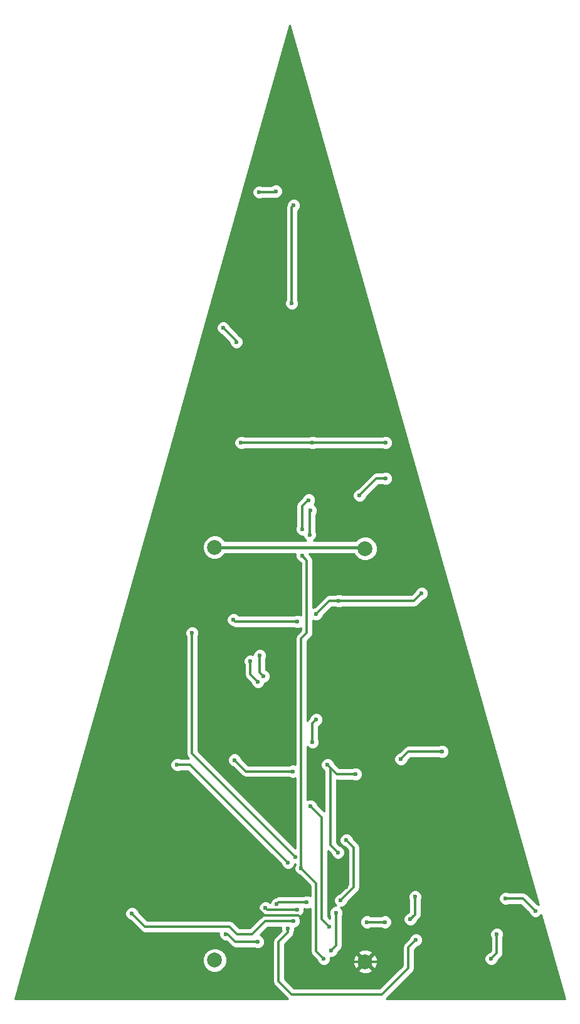
<source format=gbr>
G04 #@! TF.FileFunction,Copper,L2,Bot,Signal*
%FSLAX46Y46*%
G04 Gerber Fmt 4.6, Leading zero omitted, Abs format (unit mm)*
G04 Created by KiCad (PCBNEW 4.0.2-stable) date 12/1/2016 11:33:22 PM*
%MOMM*%
G01*
G04 APERTURE LIST*
%ADD10C,0.100000*%
%ADD11C,2.000000*%
%ADD12C,0.600000*%
%ADD13C,0.350000*%
%ADD14C,0.450000*%
%ADD15C,0.254000*%
G04 APERTURE END LIST*
D10*
D11*
X93980000Y-161925000D03*
X93980000Y-106225000D03*
X73660000Y-106045000D03*
X73660000Y-161745000D03*
D12*
X112903000Y-153416000D03*
X116967000Y-155067000D03*
X100076000Y-156210000D03*
X100711000Y-153162000D03*
X76581000Y-78359000D03*
X74803000Y-76454000D03*
X79629000Y-58166000D03*
X81915000Y-58039000D03*
X96647000Y-156591000D03*
X94234000Y-156591000D03*
X90043000Y-155321000D03*
X89408000Y-160401000D03*
X84836000Y-154940000D03*
X80518000Y-154686000D03*
X90297000Y-147193000D03*
X86487000Y-104394000D03*
X86614000Y-101092000D03*
X84201000Y-136271000D03*
X76327000Y-134747000D03*
X86868000Y-132334000D03*
X87376000Y-129286000D03*
X104394000Y-133604000D03*
X98806000Y-134620000D03*
X88900000Y-135382000D03*
X92710000Y-136652000D03*
X101600000Y-112268000D03*
X87376000Y-115062000D03*
X90424000Y-113284000D03*
X76200000Y-115824000D03*
X84836000Y-116078000D03*
X96774000Y-91948000D03*
X77216000Y-91948000D03*
X86868000Y-91948000D03*
X84074000Y-73152000D03*
X84328000Y-59944000D03*
X79756000Y-120650000D03*
X80264000Y-123444000D03*
X60071000Y-138811000D03*
X65405000Y-121285000D03*
X79502000Y-153416000D03*
X61214000Y-150749000D03*
X81153000Y-160655000D03*
X82042000Y-122428000D03*
X81534000Y-118872000D03*
X109220000Y-138938000D03*
X82804000Y-100838000D03*
X75692000Y-100330000D03*
X85598000Y-161290000D03*
X83312000Y-161290000D03*
X85090000Y-152908000D03*
X81788000Y-152908000D03*
X91440000Y-151892000D03*
X89408000Y-152400000D03*
X93218000Y-127762000D03*
X89408000Y-132588000D03*
X103378000Y-118364000D03*
X99060000Y-119888000D03*
X94742000Y-100838000D03*
X97536000Y-100330000D03*
X87122000Y-82296000D03*
X90932000Y-80010000D03*
X78232000Y-79756000D03*
X81788000Y-82296000D03*
X78486000Y-121412000D03*
X79502000Y-124206000D03*
X86360000Y-99695000D03*
X85471000Y-103632000D03*
X85471000Y-107188000D03*
X85344000Y-149352000D03*
X88392000Y-161544000D03*
X96774000Y-96774000D03*
X93218000Y-99060000D03*
X70612000Y-117602000D03*
X84582000Y-147828000D03*
X68580000Y-135382000D03*
X83566000Y-148590000D03*
X86614000Y-140970000D03*
X89154000Y-157226000D03*
X83566000Y-157480000D03*
X100838000Y-159004000D03*
X62484000Y-155448000D03*
X84328000Y-156464000D03*
X75184000Y-158242000D03*
X79502000Y-159258000D03*
X111760000Y-158242000D03*
X110998000Y-161544000D03*
X91440000Y-145542000D03*
X90678000Y-153670000D03*
X86106000Y-153924000D03*
X82042000Y-154178000D03*
D13*
X115316000Y-153416000D02*
X112903000Y-153416000D01*
X116967000Y-155067000D02*
X115316000Y-153416000D01*
X100076000Y-156210000D02*
X100711000Y-155575000D01*
X100711000Y-155575000D02*
X100711000Y-153162000D01*
X76581000Y-78232000D02*
X76581000Y-78359000D01*
X74803000Y-76454000D02*
X76581000Y-78232000D01*
X81788000Y-58166000D02*
X79629000Y-58166000D01*
X81915000Y-58039000D02*
X81788000Y-58166000D01*
X94234000Y-156591000D02*
X96647000Y-156591000D01*
X90043000Y-159766000D02*
X90043000Y-155321000D01*
X89408000Y-160401000D02*
X90043000Y-159766000D01*
X80772000Y-154940000D02*
X84836000Y-154940000D01*
X80518000Y-154686000D02*
X80772000Y-154940000D01*
X89281000Y-135763000D02*
X88900000Y-135382000D01*
X89281000Y-146177000D02*
X89281000Y-135763000D01*
X90297000Y-147193000D02*
X89281000Y-146177000D01*
X86487000Y-101219000D02*
X86487000Y-104394000D01*
X86614000Y-101092000D02*
X86487000Y-101219000D01*
X77851000Y-136271000D02*
X84201000Y-136271000D01*
X76327000Y-134747000D02*
X77851000Y-136271000D01*
X86868000Y-129794000D02*
X86868000Y-132334000D01*
X87376000Y-129286000D02*
X86868000Y-129794000D01*
X99822000Y-133604000D02*
X104394000Y-133604000D01*
X98806000Y-134620000D02*
X99822000Y-133604000D01*
X88900000Y-135382000D02*
X90170000Y-136652000D01*
X90170000Y-136652000D02*
X92710000Y-136652000D01*
X100584000Y-113284000D02*
X90424000Y-113284000D01*
X101600000Y-112268000D02*
X100584000Y-113284000D01*
X87376000Y-115062000D02*
X89154000Y-113284000D01*
X89154000Y-113284000D02*
X90424000Y-113284000D01*
X76200000Y-115824000D02*
X76454000Y-116078000D01*
X76454000Y-116078000D02*
X84836000Y-116078000D01*
X96774000Y-91948000D02*
X86868000Y-91948000D01*
X77216000Y-91948000D02*
X86868000Y-91948000D01*
X84074000Y-60198000D02*
X84074000Y-73152000D01*
X84328000Y-59944000D02*
X84074000Y-60198000D01*
X79756000Y-122936000D02*
X79756000Y-120650000D01*
X80264000Y-123444000D02*
X79756000Y-122936000D01*
X60960000Y-137922000D02*
X60071000Y-138811000D01*
X60960000Y-125730000D02*
X60960000Y-137922000D01*
X65405000Y-121285000D02*
X60960000Y-125730000D01*
X93980000Y-161925000D02*
X96139000Y-161925000D01*
X107061000Y-141097000D02*
X109220000Y-138938000D01*
X107061000Y-151003000D02*
X107061000Y-141097000D01*
X96139000Y-161925000D02*
X107061000Y-151003000D01*
X93980000Y-161925000D02*
X89535000Y-161925000D01*
X79502000Y-154813000D02*
X79502000Y-153416000D01*
X80391000Y-155702000D02*
X79502000Y-154813000D01*
X84963000Y-155702000D02*
X80391000Y-155702000D01*
X86233000Y-156972000D02*
X84963000Y-155702000D01*
X86233000Y-161036000D02*
X86233000Y-156972000D01*
X87884000Y-162687000D02*
X86233000Y-161036000D01*
X88773000Y-162687000D02*
X87884000Y-162687000D01*
X89535000Y-161925000D02*
X88773000Y-162687000D01*
X61214000Y-156337000D02*
X61214000Y-150749000D01*
X68580000Y-163703000D02*
X61214000Y-156337000D01*
X78105000Y-163703000D02*
X68580000Y-163703000D01*
X81153000Y-160655000D02*
X78105000Y-163703000D01*
X82042000Y-119380000D02*
X82042000Y-122428000D01*
X81534000Y-118872000D02*
X82042000Y-119380000D01*
X106172000Y-118364000D02*
X103378000Y-118364000D01*
X109220000Y-138938000D02*
X109474000Y-138684000D01*
X109474000Y-138684000D02*
X109474000Y-128270000D01*
X109474000Y-128270000D02*
X107442000Y-126238000D01*
X107442000Y-126238000D02*
X107442000Y-119634000D01*
X107442000Y-119634000D02*
X106172000Y-118364000D01*
X76200000Y-100838000D02*
X82804000Y-100838000D01*
X75692000Y-100330000D02*
X76200000Y-100838000D01*
X83312000Y-161290000D02*
X85598000Y-161290000D01*
X81788000Y-152908000D02*
X85090000Y-152908000D01*
X91440000Y-151892000D02*
X90932000Y-152400000D01*
X90932000Y-152400000D02*
X89408000Y-152400000D01*
X93218000Y-129286000D02*
X93218000Y-127762000D01*
X90170000Y-132334000D02*
X93218000Y-129286000D01*
X89662000Y-132334000D02*
X90170000Y-132334000D01*
X89408000Y-132588000D02*
X89662000Y-132334000D01*
X103378000Y-118364000D02*
X101854000Y-119888000D01*
X101854000Y-119888000D02*
X99060000Y-119888000D01*
X97028000Y-100838000D02*
X94742000Y-100838000D01*
X97536000Y-100330000D02*
X97028000Y-100838000D01*
X88646000Y-82296000D02*
X87122000Y-82296000D01*
X90932000Y-80010000D02*
X88646000Y-82296000D01*
X79248000Y-79756000D02*
X78232000Y-79756000D01*
X81788000Y-82296000D02*
X79248000Y-79756000D01*
X78486000Y-123190000D02*
X78486000Y-121412000D01*
X79502000Y-124206000D02*
X78486000Y-123190000D01*
X85344000Y-149352000D02*
X85344000Y-118364000D01*
X86233000Y-99695000D02*
X86360000Y-99695000D01*
X85471000Y-100457000D02*
X86233000Y-99695000D01*
X85471000Y-103632000D02*
X85471000Y-100457000D01*
X86106000Y-107823000D02*
X85471000Y-107188000D01*
X86106000Y-117602000D02*
X86106000Y-107823000D01*
X85344000Y-118364000D02*
X86106000Y-117602000D01*
X87376000Y-151384000D02*
X85344000Y-149352000D01*
X87376000Y-160528000D02*
X87376000Y-151384000D01*
X88392000Y-161544000D02*
X87376000Y-160528000D01*
X95504000Y-96774000D02*
X96774000Y-96774000D01*
X93218000Y-99060000D02*
X95504000Y-96774000D01*
X70612000Y-133858000D02*
X70612000Y-117602000D01*
X84582000Y-147828000D02*
X70612000Y-133858000D01*
X70358000Y-135382000D02*
X68580000Y-135382000D01*
X83566000Y-148590000D02*
X70358000Y-135382000D01*
X88138000Y-142494000D02*
X86614000Y-140970000D01*
X88138000Y-156210000D02*
X88138000Y-142494000D01*
X89154000Y-157226000D02*
X88138000Y-156210000D01*
X83566000Y-157988000D02*
X83566000Y-157480000D01*
X82296000Y-159258000D02*
X83566000Y-157988000D01*
X82296000Y-164592000D02*
X82296000Y-159258000D01*
X84074000Y-166370000D02*
X82296000Y-164592000D01*
X96266000Y-166370000D02*
X84074000Y-166370000D01*
X99822000Y-162814000D02*
X96266000Y-166370000D01*
X99822000Y-160020000D02*
X99822000Y-162814000D01*
X100838000Y-159004000D02*
X99822000Y-160020000D01*
X64262000Y-157226000D02*
X62484000Y-155448000D01*
X75692000Y-157226000D02*
X64262000Y-157226000D01*
X76708000Y-158242000D02*
X75692000Y-157226000D01*
X78740000Y-158242000D02*
X76708000Y-158242000D01*
X80518000Y-156464000D02*
X78740000Y-158242000D01*
X84328000Y-156464000D02*
X80518000Y-156464000D01*
X75438000Y-158242000D02*
X75184000Y-158242000D01*
X76454000Y-159258000D02*
X75438000Y-158242000D01*
X79502000Y-159258000D02*
X76454000Y-159258000D01*
X111760000Y-160782000D02*
X111760000Y-158242000D01*
X110998000Y-161544000D02*
X111760000Y-160782000D01*
X92456000Y-146558000D02*
X91440000Y-145542000D01*
X92456000Y-151892000D02*
X92456000Y-146558000D01*
X90678000Y-153670000D02*
X92456000Y-151892000D01*
X82296000Y-153924000D02*
X86106000Y-153924000D01*
X82042000Y-154178000D02*
X82296000Y-153924000D01*
D14*
X73660000Y-106045000D02*
X93800000Y-106045000D01*
X93800000Y-106045000D02*
X93980000Y-106225000D01*
D15*
G36*
X117386485Y-154228782D02*
X117194629Y-154149116D01*
X115888756Y-152843244D01*
X115727000Y-152735162D01*
X115625974Y-152667658D01*
X115316000Y-152606000D01*
X113390441Y-152606000D01*
X113089799Y-152481162D01*
X112717833Y-152480838D01*
X112374057Y-152622883D01*
X112110808Y-152885673D01*
X111968162Y-153229201D01*
X111967838Y-153601167D01*
X112109883Y-153944943D01*
X112372673Y-154208192D01*
X112716201Y-154350838D01*
X113088167Y-154351162D01*
X113391083Y-154226000D01*
X114980488Y-154226000D01*
X116049571Y-155295083D01*
X116173883Y-155595943D01*
X116436673Y-155859192D01*
X116780201Y-156001838D01*
X117152167Y-156002162D01*
X117495943Y-155860117D01*
X117759192Y-155597327D01*
X117767884Y-155576394D01*
X120981169Y-166930000D01*
X96851512Y-166930000D01*
X100394756Y-163386757D01*
X100482549Y-163255365D01*
X100570342Y-163123974D01*
X100632000Y-162814000D01*
X100632000Y-161729167D01*
X110062838Y-161729167D01*
X110204883Y-162072943D01*
X110467673Y-162336192D01*
X110811201Y-162478838D01*
X111183167Y-162479162D01*
X111526943Y-162337117D01*
X111790192Y-162074327D01*
X111915884Y-161771628D01*
X112332757Y-161354756D01*
X112508343Y-161091973D01*
X112540572Y-160929943D01*
X112570000Y-160782000D01*
X112570000Y-158729441D01*
X112694838Y-158428799D01*
X112695162Y-158056833D01*
X112553117Y-157713057D01*
X112290327Y-157449808D01*
X111946799Y-157307162D01*
X111574833Y-157306838D01*
X111231057Y-157448883D01*
X110967808Y-157711673D01*
X110825162Y-158055201D01*
X110824838Y-158427167D01*
X110950000Y-158730083D01*
X110950000Y-160446487D01*
X110769917Y-160626570D01*
X110469057Y-160750883D01*
X110205808Y-161013673D01*
X110063162Y-161357201D01*
X110062838Y-161729167D01*
X100632000Y-161729167D01*
X100632000Y-160355512D01*
X101066083Y-159921429D01*
X101366943Y-159797117D01*
X101630192Y-159534327D01*
X101772838Y-159190799D01*
X101773162Y-158818833D01*
X101631117Y-158475057D01*
X101368327Y-158211808D01*
X101024799Y-158069162D01*
X100652833Y-158068838D01*
X100309057Y-158210883D01*
X100045808Y-158473673D01*
X99920116Y-158776371D01*
X99249244Y-159447244D01*
X99073658Y-159710026D01*
X99012000Y-160020000D01*
X99012000Y-162478487D01*
X95930488Y-165560000D01*
X84409513Y-165560000D01*
X83106000Y-164256488D01*
X83106000Y-163077532D01*
X93007073Y-163077532D01*
X93105736Y-163344387D01*
X93715461Y-163570908D01*
X94365460Y-163546856D01*
X94854264Y-163344387D01*
X94952927Y-163077532D01*
X93980000Y-162104605D01*
X93007073Y-163077532D01*
X83106000Y-163077532D01*
X83106000Y-159593512D01*
X84138756Y-158560757D01*
X84236256Y-158414838D01*
X84314342Y-158297974D01*
X84376000Y-157988000D01*
X84376000Y-157967441D01*
X84500838Y-157666799D01*
X84501071Y-157399151D01*
X84513167Y-157399162D01*
X84856943Y-157257117D01*
X85120192Y-156994327D01*
X85262838Y-156650799D01*
X85263162Y-156278833D01*
X85121117Y-155935057D01*
X85049599Y-155863414D01*
X85364943Y-155733117D01*
X85628192Y-155470327D01*
X85770838Y-155126799D01*
X85771125Y-154797351D01*
X85919201Y-154858838D01*
X86291167Y-154859162D01*
X86566000Y-154745604D01*
X86566000Y-160528000D01*
X86627658Y-160837974D01*
X86689110Y-160929943D01*
X86803244Y-161100756D01*
X87474571Y-161772083D01*
X87598883Y-162072943D01*
X87861673Y-162336192D01*
X88205201Y-162478838D01*
X88577167Y-162479162D01*
X88920943Y-162337117D01*
X89184192Y-162074327D01*
X89326838Y-161730799D01*
X89326899Y-161660461D01*
X92334092Y-161660461D01*
X92358144Y-162310460D01*
X92560613Y-162799264D01*
X92827468Y-162897927D01*
X93800395Y-161925000D01*
X94159605Y-161925000D01*
X95132532Y-162897927D01*
X95399387Y-162799264D01*
X95625908Y-162189539D01*
X95601856Y-161539540D01*
X95399387Y-161050736D01*
X95132532Y-160952073D01*
X94159605Y-161925000D01*
X93800395Y-161925000D01*
X92827468Y-160952073D01*
X92560613Y-161050736D01*
X92334092Y-161660461D01*
X89326899Y-161660461D01*
X89327162Y-161358833D01*
X89317695Y-161335922D01*
X89593167Y-161336162D01*
X89936943Y-161194117D01*
X90200192Y-160931327D01*
X90266156Y-160772468D01*
X93007073Y-160772468D01*
X93980000Y-161745395D01*
X94952927Y-160772468D01*
X94854264Y-160505613D01*
X94244539Y-160279092D01*
X93594540Y-160303144D01*
X93105736Y-160505613D01*
X93007073Y-160772468D01*
X90266156Y-160772468D01*
X90325884Y-160628629D01*
X90615757Y-160338756D01*
X90791343Y-160075973D01*
X90853000Y-159766000D01*
X90853000Y-156776167D01*
X93298838Y-156776167D01*
X93440883Y-157119943D01*
X93703673Y-157383192D01*
X94047201Y-157525838D01*
X94419167Y-157526162D01*
X94722083Y-157401000D01*
X96159559Y-157401000D01*
X96460201Y-157525838D01*
X96832167Y-157526162D01*
X97175943Y-157384117D01*
X97439192Y-157121327D01*
X97581838Y-156777799D01*
X97582162Y-156405833D01*
X97577755Y-156395167D01*
X99140838Y-156395167D01*
X99282883Y-156738943D01*
X99545673Y-157002192D01*
X99889201Y-157144838D01*
X100261167Y-157145162D01*
X100604943Y-157003117D01*
X100868192Y-156740327D01*
X100993884Y-156437629D01*
X101283757Y-156147756D01*
X101459343Y-155884973D01*
X101521000Y-155575000D01*
X101521000Y-153649441D01*
X101645838Y-153348799D01*
X101646162Y-152976833D01*
X101504117Y-152633057D01*
X101241327Y-152369808D01*
X100897799Y-152227162D01*
X100525833Y-152226838D01*
X100182057Y-152368883D01*
X99918808Y-152631673D01*
X99776162Y-152975201D01*
X99775838Y-153347167D01*
X99901000Y-153650083D01*
X99901000Y-155239487D01*
X99847917Y-155292571D01*
X99547057Y-155416883D01*
X99283808Y-155679673D01*
X99141162Y-156023201D01*
X99140838Y-156395167D01*
X97577755Y-156395167D01*
X97440117Y-156062057D01*
X97177327Y-155798808D01*
X96833799Y-155656162D01*
X96461833Y-155655838D01*
X96158917Y-155781000D01*
X94721441Y-155781000D01*
X94420799Y-155656162D01*
X94048833Y-155655838D01*
X93705057Y-155797883D01*
X93441808Y-156060673D01*
X93299162Y-156404201D01*
X93298838Y-156776167D01*
X90853000Y-156776167D01*
X90853000Y-155808441D01*
X90977838Y-155507799D01*
X90978162Y-155135833D01*
X90836117Y-154792057D01*
X90649362Y-154604976D01*
X90863167Y-154605162D01*
X91206943Y-154463117D01*
X91470192Y-154200327D01*
X91595884Y-153897628D01*
X93028757Y-152464756D01*
X93204343Y-152201973D01*
X93266000Y-151892000D01*
X93266000Y-146558000D01*
X93204342Y-146248026D01*
X93134012Y-146142771D01*
X93028757Y-145985244D01*
X92357430Y-145313917D01*
X92233117Y-145013057D01*
X91970327Y-144749808D01*
X91626799Y-144607162D01*
X91254833Y-144606838D01*
X90911057Y-144748883D01*
X90647808Y-145011673D01*
X90505162Y-145355201D01*
X90504838Y-145727167D01*
X90646883Y-146070943D01*
X90909673Y-146334192D01*
X91212372Y-146459884D01*
X91646000Y-146893513D01*
X91646000Y-151556487D01*
X90449918Y-152752570D01*
X90149057Y-152876883D01*
X89885808Y-153139673D01*
X89743162Y-153483201D01*
X89742838Y-153855167D01*
X89884883Y-154198943D01*
X90071638Y-154386024D01*
X89857833Y-154385838D01*
X89514057Y-154527883D01*
X89250808Y-154790673D01*
X89108162Y-155134201D01*
X89107838Y-155506167D01*
X89233000Y-155809083D01*
X89233000Y-156159487D01*
X88948000Y-155874488D01*
X88948000Y-146989512D01*
X89379571Y-147421083D01*
X89503883Y-147721943D01*
X89766673Y-147985192D01*
X90110201Y-148127838D01*
X90482167Y-148128162D01*
X90825943Y-147986117D01*
X91089192Y-147723327D01*
X91231838Y-147379799D01*
X91232162Y-147007833D01*
X91090117Y-146664057D01*
X90827327Y-146400808D01*
X90524629Y-146275116D01*
X90091000Y-145841488D01*
X90091000Y-137446286D01*
X90170000Y-137462000D01*
X92222559Y-137462000D01*
X92523201Y-137586838D01*
X92895167Y-137587162D01*
X93238943Y-137445117D01*
X93502192Y-137182327D01*
X93644838Y-136838799D01*
X93645162Y-136466833D01*
X93503117Y-136123057D01*
X93240327Y-135859808D01*
X92896799Y-135717162D01*
X92524833Y-135716838D01*
X92221917Y-135842000D01*
X90505513Y-135842000D01*
X89853757Y-135190245D01*
X89853756Y-135190243D01*
X89817429Y-135153916D01*
X89693117Y-134853057D01*
X89645311Y-134805167D01*
X97870838Y-134805167D01*
X98012883Y-135148943D01*
X98275673Y-135412192D01*
X98619201Y-135554838D01*
X98991167Y-135555162D01*
X99334943Y-135413117D01*
X99598192Y-135150327D01*
X99723884Y-134847628D01*
X100157513Y-134414000D01*
X103906559Y-134414000D01*
X104207201Y-134538838D01*
X104579167Y-134539162D01*
X104922943Y-134397117D01*
X105186192Y-134134327D01*
X105328838Y-133790799D01*
X105329162Y-133418833D01*
X105187117Y-133075057D01*
X104924327Y-132811808D01*
X104580799Y-132669162D01*
X104208833Y-132668838D01*
X103905917Y-132794000D01*
X99822000Y-132794000D01*
X99512026Y-132855658D01*
X99435553Y-132906756D01*
X99249244Y-133031243D01*
X98577917Y-133702570D01*
X98277057Y-133826883D01*
X98013808Y-134089673D01*
X97871162Y-134433201D01*
X97870838Y-134805167D01*
X89645311Y-134805167D01*
X89430327Y-134589808D01*
X89086799Y-134447162D01*
X88714833Y-134446838D01*
X88371057Y-134588883D01*
X88107808Y-134851673D01*
X87965162Y-135195201D01*
X87964838Y-135567167D01*
X88106883Y-135910943D01*
X88369673Y-136174192D01*
X88471000Y-136216267D01*
X88471000Y-141681487D01*
X87531430Y-140741917D01*
X87407117Y-140441057D01*
X87144327Y-140177808D01*
X86800799Y-140035162D01*
X86428833Y-140034838D01*
X86154000Y-140148396D01*
X86154000Y-132942198D01*
X86337673Y-133126192D01*
X86681201Y-133268838D01*
X87053167Y-133269162D01*
X87396943Y-133127117D01*
X87660192Y-132864327D01*
X87802838Y-132520799D01*
X87803162Y-132148833D01*
X87678000Y-131845917D01*
X87678000Y-130172888D01*
X87904943Y-130079117D01*
X88168192Y-129816327D01*
X88310838Y-129472799D01*
X88311162Y-129100833D01*
X88169117Y-128757057D01*
X87906327Y-128493808D01*
X87562799Y-128351162D01*
X87190833Y-128350838D01*
X86847057Y-128492883D01*
X86583808Y-128755673D01*
X86458116Y-129058372D01*
X86295244Y-129221244D01*
X86154000Y-129432630D01*
X86154000Y-118699512D01*
X86678757Y-118174756D01*
X86854343Y-117911973D01*
X86881766Y-117774103D01*
X86916000Y-117602000D01*
X86916000Y-115883394D01*
X87189201Y-115996838D01*
X87561167Y-115997162D01*
X87904943Y-115855117D01*
X88168192Y-115592327D01*
X88293884Y-115289628D01*
X89489513Y-114094000D01*
X89936559Y-114094000D01*
X90237201Y-114218838D01*
X90609167Y-114219162D01*
X90912083Y-114094000D01*
X100584000Y-114094000D01*
X100893974Y-114032342D01*
X101156756Y-113856756D01*
X101828083Y-113185429D01*
X102128943Y-113061117D01*
X102392192Y-112798327D01*
X102534838Y-112454799D01*
X102535162Y-112082833D01*
X102393117Y-111739057D01*
X102130327Y-111475808D01*
X101786799Y-111333162D01*
X101414833Y-111332838D01*
X101071057Y-111474883D01*
X100807808Y-111737673D01*
X100682116Y-112040371D01*
X100248488Y-112474000D01*
X90911441Y-112474000D01*
X90610799Y-112349162D01*
X90238833Y-112348838D01*
X89935917Y-112474000D01*
X89154000Y-112474000D01*
X88844027Y-112535657D01*
X88581244Y-112711243D01*
X87147918Y-114144570D01*
X86916000Y-114240396D01*
X86916000Y-107823000D01*
X86887499Y-107679716D01*
X86854343Y-107513027D01*
X86678757Y-107250244D01*
X86388429Y-106959917D01*
X86365738Y-106905000D01*
X92491897Y-106905000D01*
X92593106Y-107149943D01*
X93052637Y-107610278D01*
X93653352Y-107859716D01*
X94303795Y-107860284D01*
X94904943Y-107611894D01*
X95365278Y-107152363D01*
X95614716Y-106551648D01*
X95615284Y-105901205D01*
X95366894Y-105300057D01*
X94907363Y-104839722D01*
X94306648Y-104590284D01*
X93656205Y-104589716D01*
X93055057Y-104838106D01*
X92707556Y-105185000D01*
X87018064Y-105185000D01*
X87279192Y-104924327D01*
X87421838Y-104580799D01*
X87422162Y-104208833D01*
X87297000Y-103905917D01*
X87297000Y-101731329D01*
X87406192Y-101622327D01*
X87548838Y-101278799D01*
X87549162Y-100906833D01*
X87407117Y-100563057D01*
X87144327Y-100299808D01*
X87097189Y-100280234D01*
X87152192Y-100225327D01*
X87294838Y-99881799D01*
X87295162Y-99509833D01*
X87185805Y-99245167D01*
X92282838Y-99245167D01*
X92424883Y-99588943D01*
X92687673Y-99852192D01*
X93031201Y-99994838D01*
X93403167Y-99995162D01*
X93746943Y-99853117D01*
X94010192Y-99590327D01*
X94135884Y-99287628D01*
X95839513Y-97584000D01*
X96286559Y-97584000D01*
X96587201Y-97708838D01*
X96959167Y-97709162D01*
X97302943Y-97567117D01*
X97566192Y-97304327D01*
X97708838Y-96960799D01*
X97709162Y-96588833D01*
X97567117Y-96245057D01*
X97304327Y-95981808D01*
X96960799Y-95839162D01*
X96588833Y-95838838D01*
X96285917Y-95964000D01*
X95504000Y-95964000D01*
X95194026Y-96025658D01*
X95062635Y-96113451D01*
X94931243Y-96201244D01*
X92989918Y-98142570D01*
X92689057Y-98266883D01*
X92425808Y-98529673D01*
X92283162Y-98873201D01*
X92282838Y-99245167D01*
X87185805Y-99245167D01*
X87153117Y-99166057D01*
X86890327Y-98902808D01*
X86546799Y-98760162D01*
X86174833Y-98759838D01*
X85831057Y-98901883D01*
X85567808Y-99164673D01*
X85532299Y-99250188D01*
X84898244Y-99884244D01*
X84722658Y-100147026D01*
X84661000Y-100457000D01*
X84661000Y-103144559D01*
X84536162Y-103445201D01*
X84535838Y-103817167D01*
X84677883Y-104160943D01*
X84940673Y-104424192D01*
X85284201Y-104566838D01*
X85551849Y-104567071D01*
X85551838Y-104579167D01*
X85693883Y-104922943D01*
X85955483Y-105185000D01*
X75073728Y-105185000D01*
X75046894Y-105120057D01*
X74587363Y-104659722D01*
X73986648Y-104410284D01*
X73336205Y-104409716D01*
X72735057Y-104658106D01*
X72274722Y-105117637D01*
X72025284Y-105718352D01*
X72024716Y-106368795D01*
X72273106Y-106969943D01*
X72732637Y-107430278D01*
X73333352Y-107679716D01*
X73983795Y-107680284D01*
X74584943Y-107431894D01*
X75045278Y-106972363D01*
X75073249Y-106905000D01*
X84576108Y-106905000D01*
X84536162Y-107001201D01*
X84535838Y-107373167D01*
X84677883Y-107716943D01*
X84940673Y-107980192D01*
X85243371Y-108105884D01*
X85296000Y-108158513D01*
X85296000Y-115256606D01*
X85022799Y-115143162D01*
X84650833Y-115142838D01*
X84347917Y-115268000D01*
X76966107Y-115268000D01*
X76730327Y-115031808D01*
X76386799Y-114889162D01*
X76014833Y-114888838D01*
X75671057Y-115030883D01*
X75407808Y-115293673D01*
X75265162Y-115637201D01*
X75264838Y-116009167D01*
X75406883Y-116352943D01*
X75669673Y-116616192D01*
X76013201Y-116758838D01*
X76043038Y-116758864D01*
X76144026Y-116826342D01*
X76454000Y-116888000D01*
X84348559Y-116888000D01*
X84649201Y-117012838D01*
X85021167Y-117013162D01*
X85296000Y-116899604D01*
X85296000Y-117266487D01*
X84771244Y-117791244D01*
X84595658Y-118054026D01*
X84534000Y-118364000D01*
X84534000Y-135396870D01*
X84387799Y-135336162D01*
X84015833Y-135335838D01*
X83712917Y-135461000D01*
X78186513Y-135461000D01*
X77244430Y-134518917D01*
X77120117Y-134218057D01*
X76857327Y-133954808D01*
X76513799Y-133812162D01*
X76141833Y-133811838D01*
X75798057Y-133953883D01*
X75534808Y-134216673D01*
X75392162Y-134560201D01*
X75391838Y-134932167D01*
X75533883Y-135275943D01*
X75796673Y-135539192D01*
X76099372Y-135664884D01*
X77278243Y-136843756D01*
X77409635Y-136931549D01*
X77541026Y-137019342D01*
X77851000Y-137081000D01*
X83713559Y-137081000D01*
X84014201Y-137205838D01*
X84386167Y-137206162D01*
X84534000Y-137145079D01*
X84534000Y-146634487D01*
X71422000Y-133522488D01*
X71422000Y-121597167D01*
X77550838Y-121597167D01*
X77676000Y-121900083D01*
X77676000Y-123190000D01*
X77737658Y-123499974D01*
X77825073Y-123630799D01*
X77913244Y-123762756D01*
X78584571Y-124434083D01*
X78708883Y-124734943D01*
X78971673Y-124998192D01*
X79315201Y-125140838D01*
X79687167Y-125141162D01*
X80030943Y-124999117D01*
X80294192Y-124736327D01*
X80436838Y-124392799D01*
X80436850Y-124379151D01*
X80449167Y-124379162D01*
X80792943Y-124237117D01*
X81056192Y-123974327D01*
X81198838Y-123630799D01*
X81199162Y-123258833D01*
X81057117Y-122915057D01*
X80794327Y-122651808D01*
X80566000Y-122556998D01*
X80566000Y-121137441D01*
X80690838Y-120836799D01*
X80691162Y-120464833D01*
X80549117Y-120121057D01*
X80286327Y-119857808D01*
X79942799Y-119715162D01*
X79570833Y-119714838D01*
X79227057Y-119856883D01*
X78963808Y-120119673D01*
X78821162Y-120463201D01*
X78821096Y-120538741D01*
X78672799Y-120477162D01*
X78300833Y-120476838D01*
X77957057Y-120618883D01*
X77693808Y-120881673D01*
X77551162Y-121225201D01*
X77550838Y-121597167D01*
X71422000Y-121597167D01*
X71422000Y-118089441D01*
X71546838Y-117788799D01*
X71547162Y-117416833D01*
X71405117Y-117073057D01*
X71142327Y-116809808D01*
X70798799Y-116667162D01*
X70426833Y-116666838D01*
X70083057Y-116808883D01*
X69819808Y-117071673D01*
X69677162Y-117415201D01*
X69676838Y-117787167D01*
X69802000Y-118090083D01*
X69802000Y-133858000D01*
X69863658Y-134167974D01*
X69896198Y-134216673D01*
X70039244Y-134430756D01*
X70180488Y-134572000D01*
X69067441Y-134572000D01*
X68766799Y-134447162D01*
X68394833Y-134446838D01*
X68051057Y-134588883D01*
X67787808Y-134851673D01*
X67645162Y-135195201D01*
X67644838Y-135567167D01*
X67786883Y-135910943D01*
X68049673Y-136174192D01*
X68393201Y-136316838D01*
X68765167Y-136317162D01*
X69068083Y-136192000D01*
X70022488Y-136192000D01*
X82648571Y-148818084D01*
X82772883Y-149118943D01*
X83035673Y-149382192D01*
X83379201Y-149524838D01*
X83751167Y-149525162D01*
X84094943Y-149383117D01*
X84358192Y-149120327D01*
X84500838Y-148776799D01*
X84500850Y-148762930D01*
X84534000Y-148762959D01*
X84534000Y-148864559D01*
X84409162Y-149165201D01*
X84408838Y-149537167D01*
X84550883Y-149880943D01*
X84813673Y-150144192D01*
X85116372Y-150269884D01*
X86566000Y-151719513D01*
X86566000Y-153102606D01*
X86292799Y-152989162D01*
X85920833Y-152988838D01*
X85617917Y-153114000D01*
X82296000Y-153114000D01*
X81986026Y-153175658D01*
X81885447Y-153242863D01*
X81856833Y-153242838D01*
X81513057Y-153384883D01*
X81249808Y-153647673D01*
X81118439Y-153964043D01*
X81048327Y-153893808D01*
X80704799Y-153751162D01*
X80332833Y-153750838D01*
X79989057Y-153892883D01*
X79725808Y-154155673D01*
X79583162Y-154499201D01*
X79582838Y-154871167D01*
X79724883Y-155214943D01*
X79987673Y-155478192D01*
X80331201Y-155620838D01*
X80361038Y-155620864D01*
X80435260Y-155670458D01*
X80208027Y-155715657D01*
X79945244Y-155891243D01*
X78404488Y-157432000D01*
X77043513Y-157432000D01*
X76264756Y-156653244D01*
X76258654Y-156649167D01*
X76001974Y-156477658D01*
X75692000Y-156416000D01*
X64597513Y-156416000D01*
X63401430Y-155219918D01*
X63277117Y-154919057D01*
X63014327Y-154655808D01*
X62670799Y-154513162D01*
X62298833Y-154512838D01*
X61955057Y-154654883D01*
X61691808Y-154917673D01*
X61549162Y-155261201D01*
X61548838Y-155633167D01*
X61690883Y-155976943D01*
X61953673Y-156240192D01*
X62256372Y-156365884D01*
X63689244Y-157798757D01*
X63952027Y-157974343D01*
X64262000Y-158036000D01*
X74257135Y-158036000D01*
X74249162Y-158055201D01*
X74248838Y-158427167D01*
X74390883Y-158770943D01*
X74653673Y-159034192D01*
X74997201Y-159176838D01*
X75227526Y-159177039D01*
X75881244Y-159830757D01*
X76038771Y-159936012D01*
X76144026Y-160006342D01*
X76454000Y-160068000D01*
X79014559Y-160068000D01*
X79315201Y-160192838D01*
X79687167Y-160193162D01*
X80030943Y-160051117D01*
X80294192Y-159788327D01*
X80436838Y-159444799D01*
X80437162Y-159072833D01*
X80295117Y-158729057D01*
X80032327Y-158465808D01*
X79770447Y-158357065D01*
X80853513Y-157274000D01*
X82639135Y-157274000D01*
X82631162Y-157293201D01*
X82630838Y-157665167D01*
X82663726Y-157744762D01*
X81723244Y-158685244D01*
X81547658Y-158948026D01*
X81486000Y-159258000D01*
X81486000Y-164592000D01*
X81547658Y-164901974D01*
X81723244Y-165164756D01*
X83488487Y-166930000D01*
X46658831Y-166930000D01*
X48034643Y-162068795D01*
X72024716Y-162068795D01*
X72273106Y-162669943D01*
X72732637Y-163130278D01*
X73333352Y-163379716D01*
X73983795Y-163380284D01*
X74584943Y-163131894D01*
X75045278Y-162672363D01*
X75294716Y-162071648D01*
X75295284Y-161421205D01*
X75046894Y-160820057D01*
X74587363Y-160359722D01*
X73986648Y-160110284D01*
X73336205Y-160109716D01*
X72735057Y-160358106D01*
X72274722Y-160817637D01*
X72025284Y-161418352D01*
X72024716Y-162068795D01*
X48034643Y-162068795D01*
X67827744Y-92133167D01*
X76280838Y-92133167D01*
X76422883Y-92476943D01*
X76685673Y-92740192D01*
X77029201Y-92882838D01*
X77401167Y-92883162D01*
X77704083Y-92758000D01*
X86380559Y-92758000D01*
X86681201Y-92882838D01*
X87053167Y-92883162D01*
X87356083Y-92758000D01*
X96286559Y-92758000D01*
X96587201Y-92882838D01*
X96959167Y-92883162D01*
X97302943Y-92741117D01*
X97566192Y-92478327D01*
X97708838Y-92134799D01*
X97709162Y-91762833D01*
X97567117Y-91419057D01*
X97304327Y-91155808D01*
X96960799Y-91013162D01*
X96588833Y-91012838D01*
X96285917Y-91138000D01*
X87355441Y-91138000D01*
X87054799Y-91013162D01*
X86682833Y-91012838D01*
X86379917Y-91138000D01*
X77703441Y-91138000D01*
X77402799Y-91013162D01*
X77030833Y-91012838D01*
X76687057Y-91154883D01*
X76423808Y-91417673D01*
X76281162Y-91761201D01*
X76280838Y-92133167D01*
X67827744Y-92133167D01*
X72212839Y-76639167D01*
X73867838Y-76639167D01*
X74009883Y-76982943D01*
X74272673Y-77246192D01*
X74575372Y-77371884D01*
X75645927Y-78442439D01*
X75645838Y-78544167D01*
X75787883Y-78887943D01*
X76050673Y-79151192D01*
X76394201Y-79293838D01*
X76766167Y-79294162D01*
X77109943Y-79152117D01*
X77373192Y-78889327D01*
X77515838Y-78545799D01*
X77516162Y-78173833D01*
X77374117Y-77830057D01*
X77111327Y-77566808D01*
X77025812Y-77531299D01*
X75720430Y-76225918D01*
X75596117Y-75925057D01*
X75333327Y-75661808D01*
X74989799Y-75519162D01*
X74617833Y-75518838D01*
X74274057Y-75660883D01*
X74010808Y-75923673D01*
X73868162Y-76267201D01*
X73867838Y-76639167D01*
X72212839Y-76639167D01*
X73147367Y-73337167D01*
X83138838Y-73337167D01*
X83280883Y-73680943D01*
X83543673Y-73944192D01*
X83887201Y-74086838D01*
X84259167Y-74087162D01*
X84602943Y-73945117D01*
X84866192Y-73682327D01*
X85008838Y-73338799D01*
X85009162Y-72966833D01*
X84884000Y-72663917D01*
X84884000Y-60710107D01*
X85120192Y-60474327D01*
X85262838Y-60130799D01*
X85263162Y-59758833D01*
X85121117Y-59415057D01*
X84858327Y-59151808D01*
X84514799Y-59009162D01*
X84142833Y-59008838D01*
X83799057Y-59150883D01*
X83535808Y-59413673D01*
X83393162Y-59757201D01*
X83393136Y-59787038D01*
X83325658Y-59888026D01*
X83264000Y-60198000D01*
X83264000Y-72664559D01*
X83139162Y-72965201D01*
X83138838Y-73337167D01*
X73147367Y-73337167D01*
X77388688Y-58351167D01*
X78693838Y-58351167D01*
X78835883Y-58694943D01*
X79098673Y-58958192D01*
X79442201Y-59100838D01*
X79814167Y-59101162D01*
X80117083Y-58976000D01*
X81788000Y-58976000D01*
X81798561Y-58973899D01*
X82100167Y-58974162D01*
X82443943Y-58832117D01*
X82707192Y-58569327D01*
X82849838Y-58225799D01*
X82850162Y-57853833D01*
X82708117Y-57510057D01*
X82445327Y-57246808D01*
X82101799Y-57104162D01*
X81729833Y-57103838D01*
X81386057Y-57245883D01*
X81275748Y-57356000D01*
X80116441Y-57356000D01*
X79815799Y-57231162D01*
X79443833Y-57230838D01*
X79100057Y-57372883D01*
X78836808Y-57635673D01*
X78694162Y-57979201D01*
X78693838Y-58351167D01*
X77388688Y-58351167D01*
X83820000Y-35627202D01*
X117386485Y-154228782D01*
X117386485Y-154228782D01*
G37*
X117386485Y-154228782D02*
X117194629Y-154149116D01*
X115888756Y-152843244D01*
X115727000Y-152735162D01*
X115625974Y-152667658D01*
X115316000Y-152606000D01*
X113390441Y-152606000D01*
X113089799Y-152481162D01*
X112717833Y-152480838D01*
X112374057Y-152622883D01*
X112110808Y-152885673D01*
X111968162Y-153229201D01*
X111967838Y-153601167D01*
X112109883Y-153944943D01*
X112372673Y-154208192D01*
X112716201Y-154350838D01*
X113088167Y-154351162D01*
X113391083Y-154226000D01*
X114980488Y-154226000D01*
X116049571Y-155295083D01*
X116173883Y-155595943D01*
X116436673Y-155859192D01*
X116780201Y-156001838D01*
X117152167Y-156002162D01*
X117495943Y-155860117D01*
X117759192Y-155597327D01*
X117767884Y-155576394D01*
X120981169Y-166930000D01*
X96851512Y-166930000D01*
X100394756Y-163386757D01*
X100482549Y-163255365D01*
X100570342Y-163123974D01*
X100632000Y-162814000D01*
X100632000Y-161729167D01*
X110062838Y-161729167D01*
X110204883Y-162072943D01*
X110467673Y-162336192D01*
X110811201Y-162478838D01*
X111183167Y-162479162D01*
X111526943Y-162337117D01*
X111790192Y-162074327D01*
X111915884Y-161771628D01*
X112332757Y-161354756D01*
X112508343Y-161091973D01*
X112540572Y-160929943D01*
X112570000Y-160782000D01*
X112570000Y-158729441D01*
X112694838Y-158428799D01*
X112695162Y-158056833D01*
X112553117Y-157713057D01*
X112290327Y-157449808D01*
X111946799Y-157307162D01*
X111574833Y-157306838D01*
X111231057Y-157448883D01*
X110967808Y-157711673D01*
X110825162Y-158055201D01*
X110824838Y-158427167D01*
X110950000Y-158730083D01*
X110950000Y-160446487D01*
X110769917Y-160626570D01*
X110469057Y-160750883D01*
X110205808Y-161013673D01*
X110063162Y-161357201D01*
X110062838Y-161729167D01*
X100632000Y-161729167D01*
X100632000Y-160355512D01*
X101066083Y-159921429D01*
X101366943Y-159797117D01*
X101630192Y-159534327D01*
X101772838Y-159190799D01*
X101773162Y-158818833D01*
X101631117Y-158475057D01*
X101368327Y-158211808D01*
X101024799Y-158069162D01*
X100652833Y-158068838D01*
X100309057Y-158210883D01*
X100045808Y-158473673D01*
X99920116Y-158776371D01*
X99249244Y-159447244D01*
X99073658Y-159710026D01*
X99012000Y-160020000D01*
X99012000Y-162478487D01*
X95930488Y-165560000D01*
X84409513Y-165560000D01*
X83106000Y-164256488D01*
X83106000Y-163077532D01*
X93007073Y-163077532D01*
X93105736Y-163344387D01*
X93715461Y-163570908D01*
X94365460Y-163546856D01*
X94854264Y-163344387D01*
X94952927Y-163077532D01*
X93980000Y-162104605D01*
X93007073Y-163077532D01*
X83106000Y-163077532D01*
X83106000Y-159593512D01*
X84138756Y-158560757D01*
X84236256Y-158414838D01*
X84314342Y-158297974D01*
X84376000Y-157988000D01*
X84376000Y-157967441D01*
X84500838Y-157666799D01*
X84501071Y-157399151D01*
X84513167Y-157399162D01*
X84856943Y-157257117D01*
X85120192Y-156994327D01*
X85262838Y-156650799D01*
X85263162Y-156278833D01*
X85121117Y-155935057D01*
X85049599Y-155863414D01*
X85364943Y-155733117D01*
X85628192Y-155470327D01*
X85770838Y-155126799D01*
X85771125Y-154797351D01*
X85919201Y-154858838D01*
X86291167Y-154859162D01*
X86566000Y-154745604D01*
X86566000Y-160528000D01*
X86627658Y-160837974D01*
X86689110Y-160929943D01*
X86803244Y-161100756D01*
X87474571Y-161772083D01*
X87598883Y-162072943D01*
X87861673Y-162336192D01*
X88205201Y-162478838D01*
X88577167Y-162479162D01*
X88920943Y-162337117D01*
X89184192Y-162074327D01*
X89326838Y-161730799D01*
X89326899Y-161660461D01*
X92334092Y-161660461D01*
X92358144Y-162310460D01*
X92560613Y-162799264D01*
X92827468Y-162897927D01*
X93800395Y-161925000D01*
X94159605Y-161925000D01*
X95132532Y-162897927D01*
X95399387Y-162799264D01*
X95625908Y-162189539D01*
X95601856Y-161539540D01*
X95399387Y-161050736D01*
X95132532Y-160952073D01*
X94159605Y-161925000D01*
X93800395Y-161925000D01*
X92827468Y-160952073D01*
X92560613Y-161050736D01*
X92334092Y-161660461D01*
X89326899Y-161660461D01*
X89327162Y-161358833D01*
X89317695Y-161335922D01*
X89593167Y-161336162D01*
X89936943Y-161194117D01*
X90200192Y-160931327D01*
X90266156Y-160772468D01*
X93007073Y-160772468D01*
X93980000Y-161745395D01*
X94952927Y-160772468D01*
X94854264Y-160505613D01*
X94244539Y-160279092D01*
X93594540Y-160303144D01*
X93105736Y-160505613D01*
X93007073Y-160772468D01*
X90266156Y-160772468D01*
X90325884Y-160628629D01*
X90615757Y-160338756D01*
X90791343Y-160075973D01*
X90853000Y-159766000D01*
X90853000Y-156776167D01*
X93298838Y-156776167D01*
X93440883Y-157119943D01*
X93703673Y-157383192D01*
X94047201Y-157525838D01*
X94419167Y-157526162D01*
X94722083Y-157401000D01*
X96159559Y-157401000D01*
X96460201Y-157525838D01*
X96832167Y-157526162D01*
X97175943Y-157384117D01*
X97439192Y-157121327D01*
X97581838Y-156777799D01*
X97582162Y-156405833D01*
X97577755Y-156395167D01*
X99140838Y-156395167D01*
X99282883Y-156738943D01*
X99545673Y-157002192D01*
X99889201Y-157144838D01*
X100261167Y-157145162D01*
X100604943Y-157003117D01*
X100868192Y-156740327D01*
X100993884Y-156437629D01*
X101283757Y-156147756D01*
X101459343Y-155884973D01*
X101521000Y-155575000D01*
X101521000Y-153649441D01*
X101645838Y-153348799D01*
X101646162Y-152976833D01*
X101504117Y-152633057D01*
X101241327Y-152369808D01*
X100897799Y-152227162D01*
X100525833Y-152226838D01*
X100182057Y-152368883D01*
X99918808Y-152631673D01*
X99776162Y-152975201D01*
X99775838Y-153347167D01*
X99901000Y-153650083D01*
X99901000Y-155239487D01*
X99847917Y-155292571D01*
X99547057Y-155416883D01*
X99283808Y-155679673D01*
X99141162Y-156023201D01*
X99140838Y-156395167D01*
X97577755Y-156395167D01*
X97440117Y-156062057D01*
X97177327Y-155798808D01*
X96833799Y-155656162D01*
X96461833Y-155655838D01*
X96158917Y-155781000D01*
X94721441Y-155781000D01*
X94420799Y-155656162D01*
X94048833Y-155655838D01*
X93705057Y-155797883D01*
X93441808Y-156060673D01*
X93299162Y-156404201D01*
X93298838Y-156776167D01*
X90853000Y-156776167D01*
X90853000Y-155808441D01*
X90977838Y-155507799D01*
X90978162Y-155135833D01*
X90836117Y-154792057D01*
X90649362Y-154604976D01*
X90863167Y-154605162D01*
X91206943Y-154463117D01*
X91470192Y-154200327D01*
X91595884Y-153897628D01*
X93028757Y-152464756D01*
X93204343Y-152201973D01*
X93266000Y-151892000D01*
X93266000Y-146558000D01*
X93204342Y-146248026D01*
X93134012Y-146142771D01*
X93028757Y-145985244D01*
X92357430Y-145313917D01*
X92233117Y-145013057D01*
X91970327Y-144749808D01*
X91626799Y-144607162D01*
X91254833Y-144606838D01*
X90911057Y-144748883D01*
X90647808Y-145011673D01*
X90505162Y-145355201D01*
X90504838Y-145727167D01*
X90646883Y-146070943D01*
X90909673Y-146334192D01*
X91212372Y-146459884D01*
X91646000Y-146893513D01*
X91646000Y-151556487D01*
X90449918Y-152752570D01*
X90149057Y-152876883D01*
X89885808Y-153139673D01*
X89743162Y-153483201D01*
X89742838Y-153855167D01*
X89884883Y-154198943D01*
X90071638Y-154386024D01*
X89857833Y-154385838D01*
X89514057Y-154527883D01*
X89250808Y-154790673D01*
X89108162Y-155134201D01*
X89107838Y-155506167D01*
X89233000Y-155809083D01*
X89233000Y-156159487D01*
X88948000Y-155874488D01*
X88948000Y-146989512D01*
X89379571Y-147421083D01*
X89503883Y-147721943D01*
X89766673Y-147985192D01*
X90110201Y-148127838D01*
X90482167Y-148128162D01*
X90825943Y-147986117D01*
X91089192Y-147723327D01*
X91231838Y-147379799D01*
X91232162Y-147007833D01*
X91090117Y-146664057D01*
X90827327Y-146400808D01*
X90524629Y-146275116D01*
X90091000Y-145841488D01*
X90091000Y-137446286D01*
X90170000Y-137462000D01*
X92222559Y-137462000D01*
X92523201Y-137586838D01*
X92895167Y-137587162D01*
X93238943Y-137445117D01*
X93502192Y-137182327D01*
X93644838Y-136838799D01*
X93645162Y-136466833D01*
X93503117Y-136123057D01*
X93240327Y-135859808D01*
X92896799Y-135717162D01*
X92524833Y-135716838D01*
X92221917Y-135842000D01*
X90505513Y-135842000D01*
X89853757Y-135190245D01*
X89853756Y-135190243D01*
X89817429Y-135153916D01*
X89693117Y-134853057D01*
X89645311Y-134805167D01*
X97870838Y-134805167D01*
X98012883Y-135148943D01*
X98275673Y-135412192D01*
X98619201Y-135554838D01*
X98991167Y-135555162D01*
X99334943Y-135413117D01*
X99598192Y-135150327D01*
X99723884Y-134847628D01*
X100157513Y-134414000D01*
X103906559Y-134414000D01*
X104207201Y-134538838D01*
X104579167Y-134539162D01*
X104922943Y-134397117D01*
X105186192Y-134134327D01*
X105328838Y-133790799D01*
X105329162Y-133418833D01*
X105187117Y-133075057D01*
X104924327Y-132811808D01*
X104580799Y-132669162D01*
X104208833Y-132668838D01*
X103905917Y-132794000D01*
X99822000Y-132794000D01*
X99512026Y-132855658D01*
X99435553Y-132906756D01*
X99249244Y-133031243D01*
X98577917Y-133702570D01*
X98277057Y-133826883D01*
X98013808Y-134089673D01*
X97871162Y-134433201D01*
X97870838Y-134805167D01*
X89645311Y-134805167D01*
X89430327Y-134589808D01*
X89086799Y-134447162D01*
X88714833Y-134446838D01*
X88371057Y-134588883D01*
X88107808Y-134851673D01*
X87965162Y-135195201D01*
X87964838Y-135567167D01*
X88106883Y-135910943D01*
X88369673Y-136174192D01*
X88471000Y-136216267D01*
X88471000Y-141681487D01*
X87531430Y-140741917D01*
X87407117Y-140441057D01*
X87144327Y-140177808D01*
X86800799Y-140035162D01*
X86428833Y-140034838D01*
X86154000Y-140148396D01*
X86154000Y-132942198D01*
X86337673Y-133126192D01*
X86681201Y-133268838D01*
X87053167Y-133269162D01*
X87396943Y-133127117D01*
X87660192Y-132864327D01*
X87802838Y-132520799D01*
X87803162Y-132148833D01*
X87678000Y-131845917D01*
X87678000Y-130172888D01*
X87904943Y-130079117D01*
X88168192Y-129816327D01*
X88310838Y-129472799D01*
X88311162Y-129100833D01*
X88169117Y-128757057D01*
X87906327Y-128493808D01*
X87562799Y-128351162D01*
X87190833Y-128350838D01*
X86847057Y-128492883D01*
X86583808Y-128755673D01*
X86458116Y-129058372D01*
X86295244Y-129221244D01*
X86154000Y-129432630D01*
X86154000Y-118699512D01*
X86678757Y-118174756D01*
X86854343Y-117911973D01*
X86881766Y-117774103D01*
X86916000Y-117602000D01*
X86916000Y-115883394D01*
X87189201Y-115996838D01*
X87561167Y-115997162D01*
X87904943Y-115855117D01*
X88168192Y-115592327D01*
X88293884Y-115289628D01*
X89489513Y-114094000D01*
X89936559Y-114094000D01*
X90237201Y-114218838D01*
X90609167Y-114219162D01*
X90912083Y-114094000D01*
X100584000Y-114094000D01*
X100893974Y-114032342D01*
X101156756Y-113856756D01*
X101828083Y-113185429D01*
X102128943Y-113061117D01*
X102392192Y-112798327D01*
X102534838Y-112454799D01*
X102535162Y-112082833D01*
X102393117Y-111739057D01*
X102130327Y-111475808D01*
X101786799Y-111333162D01*
X101414833Y-111332838D01*
X101071057Y-111474883D01*
X100807808Y-111737673D01*
X100682116Y-112040371D01*
X100248488Y-112474000D01*
X90911441Y-112474000D01*
X90610799Y-112349162D01*
X90238833Y-112348838D01*
X89935917Y-112474000D01*
X89154000Y-112474000D01*
X88844027Y-112535657D01*
X88581244Y-112711243D01*
X87147918Y-114144570D01*
X86916000Y-114240396D01*
X86916000Y-107823000D01*
X86887499Y-107679716D01*
X86854343Y-107513027D01*
X86678757Y-107250244D01*
X86388429Y-106959917D01*
X86365738Y-106905000D01*
X92491897Y-106905000D01*
X92593106Y-107149943D01*
X93052637Y-107610278D01*
X93653352Y-107859716D01*
X94303795Y-107860284D01*
X94904943Y-107611894D01*
X95365278Y-107152363D01*
X95614716Y-106551648D01*
X95615284Y-105901205D01*
X95366894Y-105300057D01*
X94907363Y-104839722D01*
X94306648Y-104590284D01*
X93656205Y-104589716D01*
X93055057Y-104838106D01*
X92707556Y-105185000D01*
X87018064Y-105185000D01*
X87279192Y-104924327D01*
X87421838Y-104580799D01*
X87422162Y-104208833D01*
X87297000Y-103905917D01*
X87297000Y-101731329D01*
X87406192Y-101622327D01*
X87548838Y-101278799D01*
X87549162Y-100906833D01*
X87407117Y-100563057D01*
X87144327Y-100299808D01*
X87097189Y-100280234D01*
X87152192Y-100225327D01*
X87294838Y-99881799D01*
X87295162Y-99509833D01*
X87185805Y-99245167D01*
X92282838Y-99245167D01*
X92424883Y-99588943D01*
X92687673Y-99852192D01*
X93031201Y-99994838D01*
X93403167Y-99995162D01*
X93746943Y-99853117D01*
X94010192Y-99590327D01*
X94135884Y-99287628D01*
X95839513Y-97584000D01*
X96286559Y-97584000D01*
X96587201Y-97708838D01*
X96959167Y-97709162D01*
X97302943Y-97567117D01*
X97566192Y-97304327D01*
X97708838Y-96960799D01*
X97709162Y-96588833D01*
X97567117Y-96245057D01*
X97304327Y-95981808D01*
X96960799Y-95839162D01*
X96588833Y-95838838D01*
X96285917Y-95964000D01*
X95504000Y-95964000D01*
X95194026Y-96025658D01*
X95062635Y-96113451D01*
X94931243Y-96201244D01*
X92989918Y-98142570D01*
X92689057Y-98266883D01*
X92425808Y-98529673D01*
X92283162Y-98873201D01*
X92282838Y-99245167D01*
X87185805Y-99245167D01*
X87153117Y-99166057D01*
X86890327Y-98902808D01*
X86546799Y-98760162D01*
X86174833Y-98759838D01*
X85831057Y-98901883D01*
X85567808Y-99164673D01*
X85532299Y-99250188D01*
X84898244Y-99884244D01*
X84722658Y-100147026D01*
X84661000Y-100457000D01*
X84661000Y-103144559D01*
X84536162Y-103445201D01*
X84535838Y-103817167D01*
X84677883Y-104160943D01*
X84940673Y-104424192D01*
X85284201Y-104566838D01*
X85551849Y-104567071D01*
X85551838Y-104579167D01*
X85693883Y-104922943D01*
X85955483Y-105185000D01*
X75073728Y-105185000D01*
X75046894Y-105120057D01*
X74587363Y-104659722D01*
X73986648Y-104410284D01*
X73336205Y-104409716D01*
X72735057Y-104658106D01*
X72274722Y-105117637D01*
X72025284Y-105718352D01*
X72024716Y-106368795D01*
X72273106Y-106969943D01*
X72732637Y-107430278D01*
X73333352Y-107679716D01*
X73983795Y-107680284D01*
X74584943Y-107431894D01*
X75045278Y-106972363D01*
X75073249Y-106905000D01*
X84576108Y-106905000D01*
X84536162Y-107001201D01*
X84535838Y-107373167D01*
X84677883Y-107716943D01*
X84940673Y-107980192D01*
X85243371Y-108105884D01*
X85296000Y-108158513D01*
X85296000Y-115256606D01*
X85022799Y-115143162D01*
X84650833Y-115142838D01*
X84347917Y-115268000D01*
X76966107Y-115268000D01*
X76730327Y-115031808D01*
X76386799Y-114889162D01*
X76014833Y-114888838D01*
X75671057Y-115030883D01*
X75407808Y-115293673D01*
X75265162Y-115637201D01*
X75264838Y-116009167D01*
X75406883Y-116352943D01*
X75669673Y-116616192D01*
X76013201Y-116758838D01*
X76043038Y-116758864D01*
X76144026Y-116826342D01*
X76454000Y-116888000D01*
X84348559Y-116888000D01*
X84649201Y-117012838D01*
X85021167Y-117013162D01*
X85296000Y-116899604D01*
X85296000Y-117266487D01*
X84771244Y-117791244D01*
X84595658Y-118054026D01*
X84534000Y-118364000D01*
X84534000Y-135396870D01*
X84387799Y-135336162D01*
X84015833Y-135335838D01*
X83712917Y-135461000D01*
X78186513Y-135461000D01*
X77244430Y-134518917D01*
X77120117Y-134218057D01*
X76857327Y-133954808D01*
X76513799Y-133812162D01*
X76141833Y-133811838D01*
X75798057Y-133953883D01*
X75534808Y-134216673D01*
X75392162Y-134560201D01*
X75391838Y-134932167D01*
X75533883Y-135275943D01*
X75796673Y-135539192D01*
X76099372Y-135664884D01*
X77278243Y-136843756D01*
X77409635Y-136931549D01*
X77541026Y-137019342D01*
X77851000Y-137081000D01*
X83713559Y-137081000D01*
X84014201Y-137205838D01*
X84386167Y-137206162D01*
X84534000Y-137145079D01*
X84534000Y-146634487D01*
X71422000Y-133522488D01*
X71422000Y-121597167D01*
X77550838Y-121597167D01*
X77676000Y-121900083D01*
X77676000Y-123190000D01*
X77737658Y-123499974D01*
X77825073Y-123630799D01*
X77913244Y-123762756D01*
X78584571Y-124434083D01*
X78708883Y-124734943D01*
X78971673Y-124998192D01*
X79315201Y-125140838D01*
X79687167Y-125141162D01*
X80030943Y-124999117D01*
X80294192Y-124736327D01*
X80436838Y-124392799D01*
X80436850Y-124379151D01*
X80449167Y-124379162D01*
X80792943Y-124237117D01*
X81056192Y-123974327D01*
X81198838Y-123630799D01*
X81199162Y-123258833D01*
X81057117Y-122915057D01*
X80794327Y-122651808D01*
X80566000Y-122556998D01*
X80566000Y-121137441D01*
X80690838Y-120836799D01*
X80691162Y-120464833D01*
X80549117Y-120121057D01*
X80286327Y-119857808D01*
X79942799Y-119715162D01*
X79570833Y-119714838D01*
X79227057Y-119856883D01*
X78963808Y-120119673D01*
X78821162Y-120463201D01*
X78821096Y-120538741D01*
X78672799Y-120477162D01*
X78300833Y-120476838D01*
X77957057Y-120618883D01*
X77693808Y-120881673D01*
X77551162Y-121225201D01*
X77550838Y-121597167D01*
X71422000Y-121597167D01*
X71422000Y-118089441D01*
X71546838Y-117788799D01*
X71547162Y-117416833D01*
X71405117Y-117073057D01*
X71142327Y-116809808D01*
X70798799Y-116667162D01*
X70426833Y-116666838D01*
X70083057Y-116808883D01*
X69819808Y-117071673D01*
X69677162Y-117415201D01*
X69676838Y-117787167D01*
X69802000Y-118090083D01*
X69802000Y-133858000D01*
X69863658Y-134167974D01*
X69896198Y-134216673D01*
X70039244Y-134430756D01*
X70180488Y-134572000D01*
X69067441Y-134572000D01*
X68766799Y-134447162D01*
X68394833Y-134446838D01*
X68051057Y-134588883D01*
X67787808Y-134851673D01*
X67645162Y-135195201D01*
X67644838Y-135567167D01*
X67786883Y-135910943D01*
X68049673Y-136174192D01*
X68393201Y-136316838D01*
X68765167Y-136317162D01*
X69068083Y-136192000D01*
X70022488Y-136192000D01*
X82648571Y-148818084D01*
X82772883Y-149118943D01*
X83035673Y-149382192D01*
X83379201Y-149524838D01*
X83751167Y-149525162D01*
X84094943Y-149383117D01*
X84358192Y-149120327D01*
X84500838Y-148776799D01*
X84500850Y-148762930D01*
X84534000Y-148762959D01*
X84534000Y-148864559D01*
X84409162Y-149165201D01*
X84408838Y-149537167D01*
X84550883Y-149880943D01*
X84813673Y-150144192D01*
X85116372Y-150269884D01*
X86566000Y-151719513D01*
X86566000Y-153102606D01*
X86292799Y-152989162D01*
X85920833Y-152988838D01*
X85617917Y-153114000D01*
X82296000Y-153114000D01*
X81986026Y-153175658D01*
X81885447Y-153242863D01*
X81856833Y-153242838D01*
X81513057Y-153384883D01*
X81249808Y-153647673D01*
X81118439Y-153964043D01*
X81048327Y-153893808D01*
X80704799Y-153751162D01*
X80332833Y-153750838D01*
X79989057Y-153892883D01*
X79725808Y-154155673D01*
X79583162Y-154499201D01*
X79582838Y-154871167D01*
X79724883Y-155214943D01*
X79987673Y-155478192D01*
X80331201Y-155620838D01*
X80361038Y-155620864D01*
X80435260Y-155670458D01*
X80208027Y-155715657D01*
X79945244Y-155891243D01*
X78404488Y-157432000D01*
X77043513Y-157432000D01*
X76264756Y-156653244D01*
X76258654Y-156649167D01*
X76001974Y-156477658D01*
X75692000Y-156416000D01*
X64597513Y-156416000D01*
X63401430Y-155219918D01*
X63277117Y-154919057D01*
X63014327Y-154655808D01*
X62670799Y-154513162D01*
X62298833Y-154512838D01*
X61955057Y-154654883D01*
X61691808Y-154917673D01*
X61549162Y-155261201D01*
X61548838Y-155633167D01*
X61690883Y-155976943D01*
X61953673Y-156240192D01*
X62256372Y-156365884D01*
X63689244Y-157798757D01*
X63952027Y-157974343D01*
X64262000Y-158036000D01*
X74257135Y-158036000D01*
X74249162Y-158055201D01*
X74248838Y-158427167D01*
X74390883Y-158770943D01*
X74653673Y-159034192D01*
X74997201Y-159176838D01*
X75227526Y-159177039D01*
X75881244Y-159830757D01*
X76038771Y-159936012D01*
X76144026Y-160006342D01*
X76454000Y-160068000D01*
X79014559Y-160068000D01*
X79315201Y-160192838D01*
X79687167Y-160193162D01*
X80030943Y-160051117D01*
X80294192Y-159788327D01*
X80436838Y-159444799D01*
X80437162Y-159072833D01*
X80295117Y-158729057D01*
X80032327Y-158465808D01*
X79770447Y-158357065D01*
X80853513Y-157274000D01*
X82639135Y-157274000D01*
X82631162Y-157293201D01*
X82630838Y-157665167D01*
X82663726Y-157744762D01*
X81723244Y-158685244D01*
X81547658Y-158948026D01*
X81486000Y-159258000D01*
X81486000Y-164592000D01*
X81547658Y-164901974D01*
X81723244Y-165164756D01*
X83488487Y-166930000D01*
X46658831Y-166930000D01*
X48034643Y-162068795D01*
X72024716Y-162068795D01*
X72273106Y-162669943D01*
X72732637Y-163130278D01*
X73333352Y-163379716D01*
X73983795Y-163380284D01*
X74584943Y-163131894D01*
X75045278Y-162672363D01*
X75294716Y-162071648D01*
X75295284Y-161421205D01*
X75046894Y-160820057D01*
X74587363Y-160359722D01*
X73986648Y-160110284D01*
X73336205Y-160109716D01*
X72735057Y-160358106D01*
X72274722Y-160817637D01*
X72025284Y-161418352D01*
X72024716Y-162068795D01*
X48034643Y-162068795D01*
X67827744Y-92133167D01*
X76280838Y-92133167D01*
X76422883Y-92476943D01*
X76685673Y-92740192D01*
X77029201Y-92882838D01*
X77401167Y-92883162D01*
X77704083Y-92758000D01*
X86380559Y-92758000D01*
X86681201Y-92882838D01*
X87053167Y-92883162D01*
X87356083Y-92758000D01*
X96286559Y-92758000D01*
X96587201Y-92882838D01*
X96959167Y-92883162D01*
X97302943Y-92741117D01*
X97566192Y-92478327D01*
X97708838Y-92134799D01*
X97709162Y-91762833D01*
X97567117Y-91419057D01*
X97304327Y-91155808D01*
X96960799Y-91013162D01*
X96588833Y-91012838D01*
X96285917Y-91138000D01*
X87355441Y-91138000D01*
X87054799Y-91013162D01*
X86682833Y-91012838D01*
X86379917Y-91138000D01*
X77703441Y-91138000D01*
X77402799Y-91013162D01*
X77030833Y-91012838D01*
X76687057Y-91154883D01*
X76423808Y-91417673D01*
X76281162Y-91761201D01*
X76280838Y-92133167D01*
X67827744Y-92133167D01*
X72212839Y-76639167D01*
X73867838Y-76639167D01*
X74009883Y-76982943D01*
X74272673Y-77246192D01*
X74575372Y-77371884D01*
X75645927Y-78442439D01*
X75645838Y-78544167D01*
X75787883Y-78887943D01*
X76050673Y-79151192D01*
X76394201Y-79293838D01*
X76766167Y-79294162D01*
X77109943Y-79152117D01*
X77373192Y-78889327D01*
X77515838Y-78545799D01*
X77516162Y-78173833D01*
X77374117Y-77830057D01*
X77111327Y-77566808D01*
X77025812Y-77531299D01*
X75720430Y-76225918D01*
X75596117Y-75925057D01*
X75333327Y-75661808D01*
X74989799Y-75519162D01*
X74617833Y-75518838D01*
X74274057Y-75660883D01*
X74010808Y-75923673D01*
X73868162Y-76267201D01*
X73867838Y-76639167D01*
X72212839Y-76639167D01*
X73147367Y-73337167D01*
X83138838Y-73337167D01*
X83280883Y-73680943D01*
X83543673Y-73944192D01*
X83887201Y-74086838D01*
X84259167Y-74087162D01*
X84602943Y-73945117D01*
X84866192Y-73682327D01*
X85008838Y-73338799D01*
X85009162Y-72966833D01*
X84884000Y-72663917D01*
X84884000Y-60710107D01*
X85120192Y-60474327D01*
X85262838Y-60130799D01*
X85263162Y-59758833D01*
X85121117Y-59415057D01*
X84858327Y-59151808D01*
X84514799Y-59009162D01*
X84142833Y-59008838D01*
X83799057Y-59150883D01*
X83535808Y-59413673D01*
X83393162Y-59757201D01*
X83393136Y-59787038D01*
X83325658Y-59888026D01*
X83264000Y-60198000D01*
X83264000Y-72664559D01*
X83139162Y-72965201D01*
X83138838Y-73337167D01*
X73147367Y-73337167D01*
X77388688Y-58351167D01*
X78693838Y-58351167D01*
X78835883Y-58694943D01*
X79098673Y-58958192D01*
X79442201Y-59100838D01*
X79814167Y-59101162D01*
X80117083Y-58976000D01*
X81788000Y-58976000D01*
X81798561Y-58973899D01*
X82100167Y-58974162D01*
X82443943Y-58832117D01*
X82707192Y-58569327D01*
X82849838Y-58225799D01*
X82850162Y-57853833D01*
X82708117Y-57510057D01*
X82445327Y-57246808D01*
X82101799Y-57104162D01*
X81729833Y-57103838D01*
X81386057Y-57245883D01*
X81275748Y-57356000D01*
X80116441Y-57356000D01*
X79815799Y-57231162D01*
X79443833Y-57230838D01*
X79100057Y-57372883D01*
X78836808Y-57635673D01*
X78694162Y-57979201D01*
X78693838Y-58351167D01*
X77388688Y-58351167D01*
X83820000Y-35627202D01*
X117386485Y-154228782D01*
M02*

</source>
